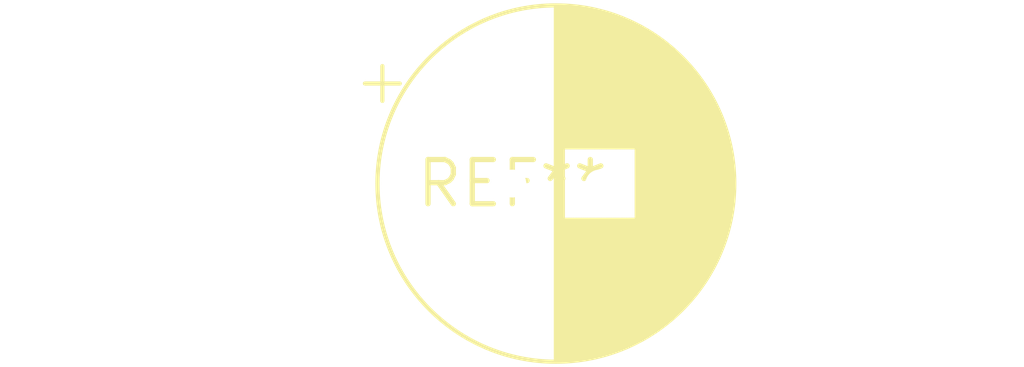
<source format=kicad_pcb>
(kicad_pcb (version 20240108) (generator pcbnew)
  (layers (0 "F.Cu" signal) (31 "B.Cu" signal) (34 "B.Paste" user) (35 "F.Paste" user) (36 "B.SilkS" user "B.Silkscreen") (37 "F.SilkS" user "F.Silkscreen") (38 "B.Mask" user) (39 "F.Mask" user) (44 "Edge.Cuts" user))
  (net 0 "")
  (footprint "CP_Radial_D10.0mm_P2.50mm" (layer "F.Cu") (at 0 0)
    (property "Reference" "REF**")
    (property "Value" "CP_Radial_D10.0mm_P2.50mm")
    (fp_line (start -4.229646 -2.875) (end -3.229646 -2.875) (layer "F.SilkS") (stroke (width 0.12)))
    (fp_line (start -3.729646 -3.375) (end -3.729646 -2.375) (layer "F.SilkS") (stroke (width 0.12)))
    (fp_line (start 1.25 -5.08) (end 1.25 5.08) (layer "F.SilkS") (stroke (width 0.12)))
    (fp_line (start 1.29 -5.08) (end 1.29 5.08) (layer "F.SilkS") (stroke (width 0.12)))
    (fp_line (start 1.33 -5.08) (end 1.33 5.08) (layer "F.SilkS") (stroke (width 0.12)))
    (fp_line (start 1.37 -5.079) (end 1.37 5.079) (layer "F.SilkS") (stroke (width 0.12)))
    (fp_line (start 1.41 -5.078) (end 1.41 5.078) (layer "F.SilkS") (stroke (width 0.12)))
    (fp_line (start 1.45 -5.077) (end 1.45 5.077) (layer "F.SilkS") (stroke (width 0.12)))
    (fp_line (start 1.49 -5.075) (end 1.49 -1.04) (layer "F.SilkS") (stroke (width 0.12)))
    (fp_line (start 1.49 1.04) (end 1.49 5.075) (layer "F.SilkS") (stroke (width 0.12)))
    (fp_line (start 1.53 -5.073) (end 1.53 -1.04) (layer "F.SilkS") (stroke (width 0.12)))
    (fp_line (start 1.53 1.04) (end 1.53 5.073) (layer "F.SilkS") (stroke (width 0.12)))
    (fp_line (start 1.57 -5.07) (end 1.57 -1.04) (layer "F.SilkS") (stroke (width 0.12)))
    (fp_line (start 1.57 1.04) (end 1.57 5.07) (layer "F.SilkS") (stroke (width 0.12)))
    (fp_line (start 1.61 -5.068) (end 1.61 -1.04) (layer "F.SilkS") (stroke (width 0.12)))
    (fp_line (start 1.61 1.04) (end 1.61 5.068) (layer "F.SilkS") (stroke (width 0.12)))
    (fp_line (start 1.65 -5.065) (end 1.65 -1.04) (layer "F.SilkS") (stroke (width 0.12)))
    (fp_line (start 1.65 1.04) (end 1.65 5.065) (layer "F.SilkS") (stroke (width 0.12)))
    (fp_line (start 1.69 -5.062) (end 1.69 -1.04) (layer "F.SilkS") (stroke (width 0.12)))
    (fp_line (start 1.69 1.04) (end 1.69 5.062) (layer "F.SilkS") (stroke (width 0.12)))
    (fp_line (start 1.73 -5.058) (end 1.73 -1.04) (layer "F.SilkS") (stroke (width 0.12)))
    (fp_line (start 1.73 1.04) (end 1.73 5.058) (layer "F.SilkS") (stroke (width 0.12)))
    (fp_line (start 1.77 -5.054) (end 1.77 -1.04) (layer "F.SilkS") (stroke (width 0.12)))
    (fp_line (start 1.77 1.04) (end 1.77 5.054) (layer "F.SilkS") (stroke (width 0.12)))
    (fp_line (start 1.81 -5.05) (end 1.81 -1.04) (layer "F.SilkS") (stroke (width 0.12)))
    (fp_line (start 1.81 1.04) (end 1.81 5.05) (layer "F.SilkS") (stroke (width 0.12)))
    (fp_line (start 1.85 -5.045) (end 1.85 -1.04) (layer "F.SilkS") (stroke (width 0.12)))
    (fp_line (start 1.85 1.04) (end 1.85 5.045) (layer "F.SilkS") (stroke (width 0.12)))
    (fp_line (start 1.89 -5.04) (end 1.89 -1.04) (layer "F.SilkS") (stroke (width 0.12)))
    (fp_line (start 1.89 1.04) (end 1.89 5.04) (layer "F.SilkS") (stroke (width 0.12)))
    (fp_line (start 1.93 -5.035) (end 1.93 -1.04) (layer "F.SilkS") (stroke (width 0.12)))
    (fp_line (start 1.93 1.04) (end 1.93 5.035) (layer "F.SilkS") (stroke (width 0.12)))
    (fp_line (start 1.971 -5.03) (end 1.971 -1.04) (layer "F.SilkS") (stroke (width 0.12)))
    (fp_line (start 1.971 1.04) (end 1.971 5.03) (layer "F.SilkS") (stroke (width 0.12)))
    (fp_line (start 2.011 -5.024) (end 2.011 -1.04) (layer "F.SilkS") (stroke (width 0.12)))
    (fp_line (start 2.011 1.04) (end 2.011 5.024) (layer "F.SilkS") (stroke (width 0.12)))
    (fp_line (start 2.051 -5.018) (end 2.051 -1.04) (layer "F.SilkS") (stroke (width 0.12)))
    (fp_line (start 2.051 1.04) (end 2.051 5.018) (layer "F.SilkS") (stroke (width 0.12)))
    (fp_line (start 2.091 -5.011) (end 2.091 -1.04) (layer "F.SilkS") (stroke (width 0.12)))
    (fp_line (start 2.091 1.04) (end 2.091 5.011) (layer "F.SilkS") (stroke (width 0.12)))
    (fp_line (start 2.131 -5.004) (end 2.131 -1.04) (layer "F.SilkS") (stroke (width 0.12)))
    (fp_line (start 2.131 1.04) (end 2.131 5.004) (layer "F.SilkS") (stroke (width 0.12)))
    (fp_line (start 2.171 -4.997) (end 2.171 -1.04) (layer "F.SilkS") (stroke (width 0.12)))
    (fp_line (start 2.171 1.04) (end 2.171 4.997) (layer "F.SilkS") (stroke (width 0.12)))
    (fp_line (start 2.211 -4.99) (end 2.211 -1.04) (layer "F.SilkS") (stroke (width 0.12)))
    (fp_line (start 2.211 1.04) (end 2.211 4.99) (layer "F.SilkS") (stroke (width 0.12)))
    (fp_line (start 2.251 -4.982) (end 2.251 -1.04) (layer "F.SilkS") (stroke (width 0.12)))
    (fp_line (start 2.251 1.04) (end 2.251 4.982) (layer "F.SilkS") (stroke (width 0.12)))
    (fp_line (start 2.291 -4.974) (end 2.291 -1.04) (layer "F.SilkS") (stroke (width 0.12)))
    (fp_line (start 2.291 1.04) (end 2.291 4.974) (layer "F.SilkS") (stroke (width 0.12)))
    (fp_line (start 2.331 -4.965) (end 2.331 -1.04) (layer "F.SilkS") (stroke (width 0.12)))
    (fp_line (start 2.331 1.04) (end 2.331 4.965) (layer "F.SilkS") (stroke (width 0.12)))
    (fp_line (start 2.371 -4.956) (end 2.371 -1.04) (layer "F.SilkS") (stroke (width 0.12)))
    (fp_line (start 2.371 1.04) (end 2.371 4.956) (layer "F.SilkS") (stroke (width 0.12)))
    (fp_line (start 2.411 -4.947) (end 2.411 -1.04) (layer "F.SilkS") (stroke (width 0.12)))
    (fp_line (start 2.411 1.04) (end 2.411 4.947) (layer "F.SilkS") (stroke (width 0.12)))
    (fp_line (start 2.451 -4.938) (end 2.451 -1.04) (layer "F.SilkS") (stroke (width 0.12)))
    (fp_line (start 2.451 1.04) (end 2.451 4.938) (layer "F.SilkS") (stroke (width 0.12)))
    (fp_line (start 2.491 -4.928) (end 2.491 -1.04) (layer "F.SilkS") (stroke (width 0.12)))
    (fp_line (start 2.491 1.04) (end 2.491 4.928) (layer "F.SilkS") (stroke (width 0.12)))
    (fp_line (start 2.531 -4.918) (end 2.531 -1.04) (layer "F.SilkS") (stroke (width 0.12)))
    (fp_line (start 2.531 1.04) (end 2.531 4.918) (layer "F.SilkS") (stroke (width 0.12)))
    (fp_line (start 2.571 -4.907) (end 2.571 -1.04) (layer "F.SilkS") (stroke (width 0.12)))
    (fp_line (start 2.571 1.04) (end 2.571 4.907) (layer "F.SilkS") (stroke (width 0.12)))
    (fp_line (start 2.611 -4.897) (end 2.611 -1.04) (layer "F.SilkS") (stroke (width 0.12)))
    (fp_line (start 2.611 1.04) (end 2.611 4.897) (layer "F.SilkS") (stroke (width 0.12)))
    (fp_line (start 2.651 -4.885) (end 2.651 -1.04) (layer "F.SilkS") (stroke (width 0.12)))
    (fp_line (start 2.651 1.04) (end 2.651 4.885) (layer "F.SilkS") (stroke (width 0.12)))
    (fp_line (start 2.691 -4.874) (end 2.691 -1.04) (layer "F.SilkS") (stroke (width 0.12)))
    (fp_line (start 2.691 1.04) (end 2.691 4.874) (layer "F.SilkS") (stroke (width 0.12)))
    (fp_line (start 2.731 -4.862) (end 2.731 -1.04) (layer "F.SilkS") (stroke (width 0.12)))
    (fp_line (start 2.731 1.04) (end 2.731 4.862) (layer "F.SilkS") (stroke (width 0.12)))
    (fp_line (start 2.771 -4.85) (end 2.771 -1.04) (layer "F.SilkS") (stroke (width 0.12)))
    (fp_line (start 2.771 1.04) (end 2.771 4.85) (layer "F.SilkS") (stroke (width 0.12)))
    (fp_line (start 2.811 -4.837) (end 2.811 -1.04) (layer "F.SilkS") (stroke (width 0.12)))
    (fp_line (start 2.811 1.04) (end 2.811 4.837) (layer "F.SilkS") (stroke (width 0.12)))
    (fp_line (start 2.851 -4.824) (end 2.851 -1.04) (layer "F.SilkS") (stroke (width 0.12)))
    (fp_line (start 2.851 1.04) (end 2.851 4.824) (layer "F.SilkS") (stroke (width 0.12)))
    (fp_line (start 2.891 -4.811) (end 2.891 -1.04) (layer "F.SilkS") (stroke (width 0.12)))
    (fp_line (start 2.891 1.04) (end 2.891 4.811) (layer "F.SilkS") (stroke (width 0.12)))
    (fp_line (start 2.931 -4.797) (end 2.931 -1.04) (layer "F.SilkS") (stroke (width 0.12)))
    (fp_line (start 2.931 1.04) (end 2.931 4.797) (layer "F.SilkS") (stroke (width 0.12)))
    (fp_line (start 2.971 -4.783) (end 2.971 -1.04) (layer "F.SilkS") (stroke (width 0.12)))
    (fp_line (start 2.971 1.04) (end 2.971 4.783) (layer "F.SilkS") (stroke (width 0.12)))
    (fp_line (start 3.011 -4.768) (end 3.011 -1.04) (layer "F.SilkS") (stroke (width 0.12)))
    (fp_line (start 3.011 1.04) (end 3.011 4.768) (layer "F.SilkS") (stroke (width 0.12)))
    (fp_line (start 3.051 -4.754) (end 3.051 -1.04) (layer "F.SilkS") (stroke (width 0.12)))
    (fp_line (start 3.051 1.04) (end 3.051 4.754) (layer "F.SilkS") (stroke (width 0.12)))
    (fp_line (start 3.091 -4.738) (end 3.091 -1.04) (layer "F.SilkS") (stroke (width 0.12)))
    (fp_line (start 3.091 1.04) (end 3.091 4.738) (layer "F.SilkS") (stroke (width 0.12)))
    (fp_line (start 3.131 -4.723) (end 3.131 -1.04) (layer "F.SilkS") (stroke (width 0.12)))
    (fp_line (start 3.131 1.04) (end 3.131 4.723) (layer "F.SilkS") (stroke (width 0.12)))
    (fp_line (start 3.171 -4.707) (end 3.171 -1.04) (layer "F.SilkS") (stroke (width 0.12)))
    (fp_line (start 3.171 1.04) (end 3.171 4.707) (layer "F.SilkS") (stroke (width 0.12)))
    (fp_line (start 3.211 -4.69) (end 3.211 -1.04) (layer "F.SilkS") (stroke (width 0.12)))
    (fp_line (start 3.211 1.04) (end 3.211 4.69) (layer "F.SilkS") (stroke (width 0.12)))
    (fp_line (start 3.251 -4.674) (end 3.251 -1.04) (layer "F.SilkS") (stroke (width 0.12)))
    (fp_line (start 3.251 1.04) (end 3.251 4.674) (layer "F.SilkS") (stroke (width 0.12)))
    (fp_line (start 3.291 -4.657) (end 3.291 -1.04) (layer "F.SilkS") (stroke (width 0.12)))
    (fp_line (start 3.291 1.04) (end 3.291 4.657) (layer "F.SilkS") (stroke (width 0.12)))
    (fp_line (start 3.331 -4.639) (end 3.331 -1.04) (layer "F.SilkS") (stroke (width 0.12)))
    (fp_line (start 3.331 1.04) (end 3.331 4.639) (layer "F.SilkS") (stroke (width 0.12)))
    (fp_line (start 3.371 -4.621) (end 3.371 -1.04) (layer "F.SilkS") (stroke (width 0.12)))
    (fp_line (start 3.371 1.04) (end 3.371 4.621) (layer "F.SilkS") (stroke (width 0.12)))
    (fp_line (start 3.411 -4.603) (end 3.411 -1.04) (layer "F.SilkS") (stroke (width 0.12)))
    (fp_line (start 3.411 1.04) (end 3.411 4.603) (layer "F.SilkS") (stroke (width 0.12)))
    (fp_line (start 3.451 -4.584) (end 3.451 -1.04) (layer "F.SilkS") (stroke (width 0.12)))
    (fp_line (start 3.451 1.04) (end 3.451 4.584) (layer "F.SilkS") (stroke (width 0.12)))
    (fp_line (start 3.491 -4.564) (end 3.491 -1.04) (layer "F.SilkS") (stroke (width 0.12)))
    (fp_line (start 3.491 1.04) (end 3.491 4.564) (layer "F.SilkS") (stroke (width 0.12)))
    (fp_line (start 3.531 -4.545) (end 3.531 -1.04) (layer "F.SilkS") (stroke (width 0.12)))
    (fp_line (start 3.531 1.04) (end 3.531 4.545) (layer "F.SilkS") (stroke (width 0.12)))
    (fp_line (start 3.571 -4.525) (end 3.571 4.525) (layer "F.SilkS") (stroke (width 0.12)))
    (fp_line (start 3.611 -4.504) (end 3.611 4.504) (layer "F.SilkS") (stroke (width 0.12)))
    (fp_line (start 3.651 -4.483) (end 3.651 4.483) (layer "F.SilkS") (stroke (width 0.12)))
    (fp_line (start 3.691 -4.462) (end 3.691 4.462) (layer "F.SilkS") (stroke (width 0.12)))
    (fp_line (start 3.731 -4.44) (end 3.731 4.44) (layer "F.SilkS") (stroke (width 0.12)))
    (fp_line (start 3.771 -4.417) (end 3.771 4.417) (layer "F.SilkS") (stroke (width 0.12)))
    (fp_line (start 3.811 -4.395) (end 3.811 4.395) (layer "F.SilkS") (stroke (width 0.12)))
    (fp_line (start 3.851 -4.371) (end 3.851 4.371) (layer "F.SilkS") (stroke (width 0.12)))
    (fp_line (start 3.891 -4.347) (end 3.891 4.347) (layer "F.SilkS") (stroke (width 0.12)))
    (fp_line (start 3.931 -4.323) (end 3.931 4.323) (layer "F.SilkS") (stroke (width 0.12)))
    (fp_line (start 3.971 -4.298) (end 3.971 4.298) (layer "F.SilkS") (stroke (width 0.12)))
    (fp_line (start 4.011 -4.273) (end 4.011 4.273) (layer "F.SilkS") (stroke (width 0.12)))
    (fp_line (start 4.051 -4.247) (end 4.051 4.247) (layer "F.SilkS") (stroke (width 0.12)))
    (fp_line (start 4.091 -4.221) (end 4.091 4.221) (layer "F.SilkS") (stroke (width 0.12)))
    (fp_line (start 4.131 -4.194) (end 4.131 4.194) (layer "F.SilkS") (stroke (width 0.12)))
    (fp_line (start 4.171 -4.166) (end 4.171 4.166) (layer "F.SilkS") (stroke (width 0.12)))
    (fp_line (start 4.211 -4.138) (end 4.211 4.138) (layer "F.SilkS") (stroke (width 0.12)))
    (fp_line (start 4.251 -4.11) (end 4.251 4.11) (layer "F.SilkS") (stroke (width 0.12)))
    (fp_line (start 4.291 -4.08) (end 4.291 4.08) (layer "F.SilkS") (stroke (width 0.12)))
    (fp_line (start 4.331 -4.05) (end 4.331 4.05) (layer "F.SilkS") (stroke (width 0.12)))
    (fp_line (start 4.371 -4.02) (end 4.371 4.02) (layer "F.SilkS") (stroke (width 0.12)))
    (fp_line (start 4.411 -3.989) (end 4.411 3.989) (layer "F.SilkS") (stroke (width 0.12)))
    (fp_line (start 4.451 -3.957) (end 4.451 3.957) (layer "F.SilkS") (stroke (width 0.12)))
    (fp_line (start 4.491 -3.925) (end 4.491 3.925) (layer "F.SilkS") (stroke (width 0.12)))
    (fp_line (start 4.531 -3.892) (end 4.531 3.892) (layer "F.SilkS") (stroke (width 0.12)))
    (fp_line (start 4.571 -3.858) (end 4.571 3.858) (layer "F.SilkS") (stroke (width 0.12)))
    (fp_line (start 4.611 -3.824) (end 4.611 3.824) (layer "F.SilkS") (stroke (width 0.12)))
    (fp_line (start 4.651 -3.789) (end 4.651 3.789) (layer "F.SilkS") (stroke (width 0.12)))
    (fp_line (start 4.691 -3.753) (end 4.691 3.753) (layer "F.SilkS") (stroke (width 0.12)))
    (fp_line (start 4.731 -3.716) (end 4.731 3.716) (layer "F.SilkS") (stroke (width 0.12)))
    (fp_line (start 4.771 -3.679) (end 4.771 3.679) (layer "F.SilkS") (stroke (width 0.12)))
    (fp_line (start 4.811 -3.64) (end 4.811 3.64) (layer "F.SilkS") (stroke (width 0.12)))
    (fp_line (start 4.851 -3.601) (end 4.851 3.601) (layer "F.SilkS") (stroke (width 0.12)))
    (fp_line (start 4.891 -3.561) (end 4.891 3.561) (layer "F.SilkS") (stroke (width 0.12)))
    (fp_line (start 4.931 -3.52) (end 4.931 3.52) (layer "F.SilkS") (stroke (width 0.12)))
    (fp_line (start 4.971 -3.478) (end 4.971 3.478) (layer "F.SilkS") (stroke (width 0.12)))
    (fp_line (start 5.011 -3.436) (end 5.011 3.436) (layer "F.SilkS") (stroke (width 0.12)))
    (fp_line (start 5.051 -3.392) (end 5.051 3.392) (layer "F.SilkS") (stroke (width 0.12)))
    (fp_line (start 5.091 -3.347) (end 5.091 3.347) (layer "F.SilkS") (stroke (width 0.12)))
    (fp_line (start 5.131 -3.301) (end 5.131 3.301) (layer "F.SilkS") (stroke (width 0.12)))
    (fp_line (start 5.171 -3.254) (end 5.171 3.254) (layer "F.SilkS") (stroke (width 0.12)))
    (fp_line (start 5.211 -3.206) (end 5.211 3.206) (layer "F.SilkS") (stroke (width 0.12)))
    (fp_line (start 5.251 -3.156) (end 5.251 3.156) (layer "F.SilkS") (stroke (width 0.12)))
    (fp_line (start 5.291 -3.106) (end 5.291 3.106) (layer "F.SilkS") (stroke (width 0.12)))
    (fp_line (start 5.331 -3.054) (end 5.331 3.054) (layer "F.SilkS") (stroke (width 0.12)))
    (fp_line (start 5.371 -3) (end 5.371 3) (layer "F.SilkS") (stroke (width 0.12)))
    (fp_line (start 5.411 -2.945) (end 5.411 2.945) (layer "F.SilkS") (stroke (width 0.12)))
    (fp_line (start 5.451 -2.889) (end 5.451 2.889) (layer "F.SilkS") (stroke (width 0.12)))
    (fp_line (start 5.491 -2.83) (end 5.491 2.83) (layer "F.SilkS") (stroke (width 0.12)))
    (fp_line (start 5.531 -2.77) (end 5.531 2.77) (layer "F.SilkS") (stroke (width 0.12)))
    (fp_line (start 5.571 -2.709) (end 5.571 2.709) (layer "F.SilkS") (stroke (width 0.12)))
    (fp_line (start 5.611 -2.645) (end 5.611 2.645) (layer "F.SilkS") (stroke (width 0.12)))
    (fp_line (start 5.651 -2.579) (end 5.651 2.579) (layer "F.SilkS") (stroke (width 0.12)))
    (fp_line (start 5.691 -2.51) (end 5.691 2.51) (layer "F.SilkS") (stroke (width 0.12)))
    (fp_line (start 5.731 -2.439) (end 5.731 2.439) (layer "F.SilkS") (stroke (width 0.12)))
    (fp_line (start 5.771 -2.365) (end 5.771 2.365) (layer "F.SilkS") (stroke (width 0.12)))
    (fp_line (start 5.811 -2.289) (end 5.811 2.289) (layer "F.SilkS") (stroke (width 0.12)))
    (fp_line (start 5.851 -2.209) (end 5.851 2.209) (layer "F.SilkS") (stroke (width 0.12)))
    (fp_line (start 5.891 -2.125) (end 5.891 2.125) (layer "F.SilkS") (stroke (width 0.12)))
    (fp_line (start 5.931 -2.037) (end 5.931 2.037) (layer "F.SilkS") (stroke (width 0.12)))
    (fp_line (start 5.971 -1.944) (end 5.971 1.944) (layer "F.SilkS") (stroke (width 0.12)))
    (fp_line (start 6.011 -1.846) (end 6.011 1.846) (layer "F.SilkS") (stroke (width 0.12)))
    (fp_line (start 6.051 -1.742) (end 6.051 1.742) (layer "F.SilkS") (stroke (width 0.12)))
    (fp_line (start 6.091 -1.63) (end 6.091 1.63) (layer "F.SilkS") (stroke (width 0.12)))
    (fp_line (start 6.131 -1.51) (end 6.131 1.51) (layer "F.SilkS") (stroke (width 0.12)))
    (fp_line (start 6.171 -1.378) (end 6.171 1.378) (layer "F.SilkS") (stroke (width 0.12)))
    (fp_line (start 6.211 -1.23) (end 6.211 1.23) (layer "F.SilkS") (stroke (width 0.12)))
    (fp_line (start 6.251 -1.062) (end 6.251 1.062) (layer "F.SilkS") (stroke (width 0.12)))
    (fp_line (start 6.291 -0.862) (end 6.291 0.862) (layer "F.SilkS") (stroke (width 0.12)))
    (fp_line (start 6.331 -0.599) (end 6.331 0.599) (layer "F.SilkS") (stroke (width 0.12)))
    (fp_circle (center 1.25 0) (end 6.37 0) (layer "F.SilkS") (stroke (width 0.12)) (fill none))
    (pad "1" thru_hole rect (at 0 0) (size 1.6 1.6) (drill 0.8) (layers *.Cu *.Mask) (remove_unused_layers))
    (pad "2" thru_hole circle (at 2.5 0) (size 1.6 1.6) (drill 0.8) (layers *.Cu *.Mask) (remove_unused_layers))
  )
)
</source>
